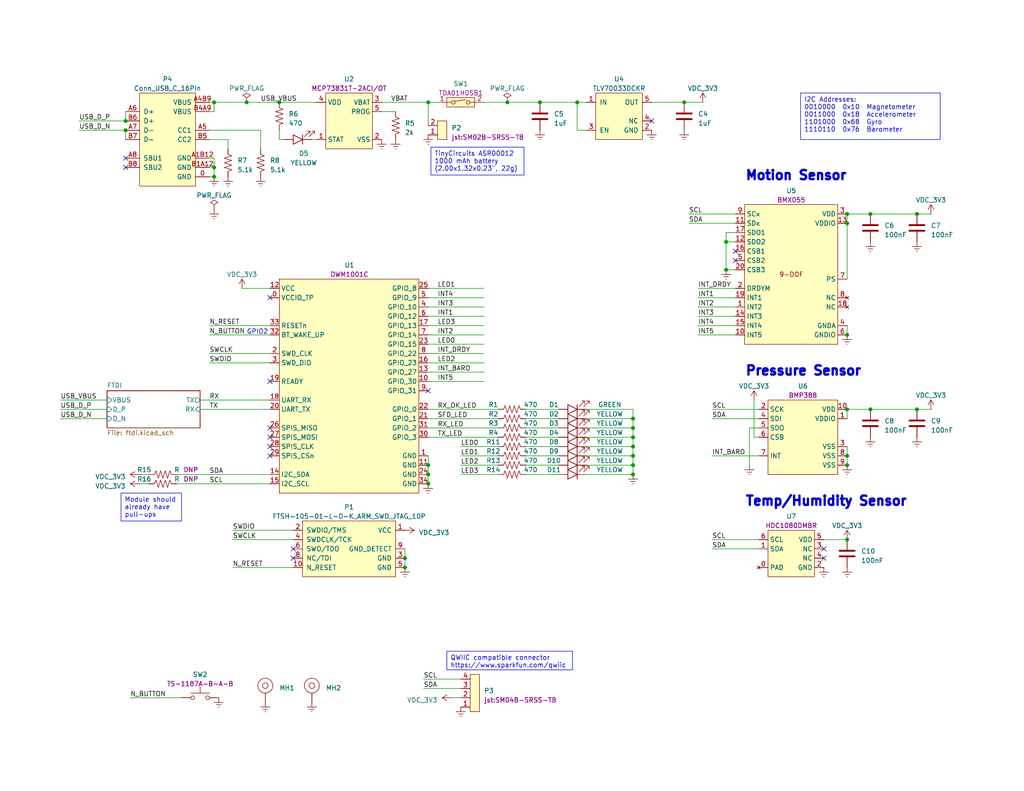
<source format=kicad_sch>
(kicad_sch (version 20221004) (generator eeschema)
  (paper "USLetter")
  (title_block (title "${PROJECT_NAME}") (date "2022-09-27") (rev "${PCB_REVISION}") (company "Brendan Haines"))
  (lib_symbols
    (symbol "bh:BMP388"
      (property "Reference" "U" (at 0 0 0))
      (property "ManufacturerPartNumber" "BMP388" (at 0 0 0))
      (symbol "BMP388_0_0"
        (rectangle (start 0 0) (end 19.05 -20.32) (fill (type background)))
      )
      (symbol "BMP388_1_1"
        (pin power_in line (at 21.59 -5.08 180) (length 2.54) (name "VDDIO") (number "1"))
        (pin power_in line (at 21.59 -2.54 180) (length 2.54) (name "VDD") (number "10"))
        (pin input line (at -2.54 -2.54 0) (length 2.54) (name "SCK") (number "2"))
        (pin power_in line (at 21.59 -12.7 180) (length 2.54) (name "VSS") (number "3"))
        (pin bidirectional line (at -2.54 -5.08 0) (length 2.54) (name "SDI") (number "4"))
        (pin bidirectional line (at -2.54 -7.62 0) (length 2.54) (name "SDO") (number "5"))
        (pin input line (at -2.54 -10.16 0) (length 2.54) (name "CSB") (number "6"))
        (pin output line (at -2.54 -15.24 0) (length 2.54) (name "INT") (number "7"))
        (pin power_in line (at 21.59 -15.24 180) (length 2.54) (name "VSS") (number "8"))
        (pin power_in line (at 21.59 -17.78 180) (length 2.54) (name "VSS") (number "9"))
      )
    )
    (symbol "bh:BMX055"
      (property "Reference" "U" (at 0 0 0))
      (property "ManufacturerPartNumber" "BMX055" (at 0 0 0))
      (symbol "BMX055_0_0"
        (text "9-DOF" (at 12.7 -19.05 0) (effects (font (size 1.27 1.27))))
      )
      (symbol "BMX055_0_1"
        (rectangle (start 0 0) (end 25.4 -38.1) (fill (type background)))
      )
      (symbol "BMX055_1_1"
        (pin output line (at -2.54 -27.94 0) (length 2.54) (name "INT2") (number "1"))
        (pin output line (at -2.54 -35.56 0) (length 2.54) (name "INT5") (number "10"))
        (pin bidirectional line (at -2.54 -5.08 0) (length 2.54) (name "SDx") (number "11"))
        (pin bidirectional line (at -2.54 -10.16 0) (length 2.54) (name "SDO2") (number "12"))
        (pin power_in line (at 27.94 -5.08 180) (length 2.54) (name "VDDIO") (number "13"))
        (pin bidirectional line (at -2.54 -30.48 0) (length 2.54) (name "INT3") (number "14"))
        (pin bidirectional line (at -2.54 -33.02 0) (length 2.54) (name "INT4") (number "15"))
        (pin input line (at -2.54 -12.7 0) (length 2.54) (name "CSB1") (number "16"))
        (pin bidirectional line (at -2.54 -7.62 0) (length 2.54) (name "SDO1") (number "17"))
        (pin no_connect line (at 27.94 -27.94 180) (length 2.54) (name "NC") (number "18"))
        (pin output line (at -2.54 -25.4 0) (length 2.54) (name "INT1") (number "19"))
        (pin output line (at -2.54 -22.86 0) (length 2.54) (name "DRDYM") (number "2"))
        (pin input line (at -2.54 -17.78 0) (length 2.54) (name "CSB3") (number "20"))
        (pin power_in line (at 27.94 -2.54 180) (length 2.54) (name "VDD") (number "3"))
        (pin power_in line (at 27.94 -33.02 180) (length 2.54) (name "GNDA") (number "4"))
        (pin input line (at -2.54 -15.24 0) (length 2.54) (name "CSB2") (number "5"))
        (pin power_in line (at 27.94 -35.56 180) (length 2.54) (name "GNDIO") (number "6"))
        (pin input line (at 27.94 -20.32 180) (length 2.54) (name "PS") (number "7"))
        (pin no_connect line (at 27.94 -25.4 180) (length 2.54) (name "NC") (number "8"))
        (pin input line (at -2.54 -2.54 0) (length 2.54) (name "SCx") (number "9"))
      )
    )
    (symbol "bh:C" (pin_numbers hide) (pin_names (offset 0.254))
      (property "Reference" "C" (at 0.635 2.54 0))
      (property "Value" "C" (at 0.635 -2.54 0))
      (symbol "C_0_1"
        (polyline (pts (xy -2.032 -0.762) (xy 2.032 -0.762)) (stroke (width 0.508)))
        (polyline (pts (xy -2.032 0.762) (xy 2.032 0.762)) (stroke (width 0.508)))
      )
      (symbol "C_1_1"
        (pin passive line (at 0 3.81 270) (length 2.794) (name "~") (number "1"))
        (pin passive line (at 0 -3.81 90) (length 2.794) (name "~") (number "2"))
      )
    )
    (symbol "bh:Conn_USB_C_16Pin" (pin_names (offset 1.016))
      (property "Reference" "P" (at 0 1.27 0))
      (property "Value" "Conn_USB_C_16Pin" (at 0 1.27 0))
      (symbol "Conn_USB_C_16Pin_0_1"
        (rectangle (start 0 0) (end 15.24 -25.4) (stroke (width 0.1524)) (fill (type background)))
      )
      (symbol "Conn_USB_C_16Pin_1_1"
        (pin passive line (at -3.81 -22.86 0) (length 3.81) (name "GND") (number "0"))
        (pin passive line (at -3.81 -17.78 0) (length 3.81) (name "GND") (number "A1B12"))
        (pin passive line (at -3.81 -2.54 0) (length 3.81) (name "VBUS") (number "A4B9"))
        (pin passive line (at -3.81 -10.16 0) (length 3.81) (name "CC1") (number "A5"))
        (pin passive line (at 19.05 -5.08 180) (length 3.81) (name "D+") (number "A6"))
        (pin passive line (at 19.05 -10.16 180) (length 3.81) (name "D-") (number "A7"))
        (pin passive line (at 19.05 -17.78 180) (length 3.81) (name "SBU1") (number "A8"))
        (pin passive line (at -3.81 -20.32 0) (length 3.81) (name "GND") (number "B1A12"))
        (pin passive line (at -3.81 -5.08 0) (length 3.81) (name "VBUS") (number "B4A9"))
        (pin passive line (at -3.81 -12.7 0) (length 3.81) (name "CC2") (number "B5"))
        (pin passive line (at 19.05 -7.62 180) (length 3.81) (name "D+") (number "B6"))
        (pin passive line (at 19.05 -12.7 180) (length 3.81) (name "D-") (number "B7"))
        (pin passive line (at 19.05 -20.32 180) (length 3.81) (name "SBU2") (number "B8"))
      )
    )
    (symbol "bh:DWM1001C"
      (property "Reference" "U" (at 0 0 0))
      (property "ManufacturerPartNumber" "DWM1001C" (at 0 0 0))
      (symbol "DWM1001C_0_1"
        (rectangle (start 0 0) (end 38.1 -58.42) (fill (type background)))
      )
      (symbol "DWM1001C_1_1"
        (pin passive line (at -2.54 -5.08 0) (length 2.54) (name "VCCIO_TP") (number "0"))
        (pin power_in line (at 40.64 -48.26 180) (length 2.54) (name "GND") (number "1"))
        (pin bidirectional line (at 40.64 -27.94 180) (length 2.54) (name "GPIO_30") (number "10"))
        (pin power_in line (at 40.64 -50.8 180) (length 2.54) (name "GND") (number "11"))
        (pin power_in line (at -2.54 -2.54 0) (length 2.54) (name "VCC") (number "12"))
        (pin bidirectional line (at 40.64 -25.4 180) (length 2.54) (name "GPIO_27") (number "13"))
        (pin bidirectional line (at -2.54 -53.34 0) (length 2.54) (name "I2C_SDA") (number "14"))
        (pin output line (at -2.54 -55.88 0) (length 2.54) (name "I2C_SCL") (number "15"))
        (pin bidirectional line (at 40.64 -22.86 180) (length 2.54) (name "GPIO_23") (number "16"))
        (pin bidirectional line (at 40.64 -12.7 180) (length 2.54) (name "GPIO_13") (number "17"))
        (pin input line (at -2.54 -33.02 0) (length 2.54) (name "UART_RX") (number "18"))
        (pin output line (at -2.54 -27.94 0) (length 2.54) (name "READY") (number "19"))
        (pin input line (at -2.54 -20.32 0) (length 2.54) (name "SWD_CLK") (number "2"))
        (pin output line (at -2.54 -35.56 0) (length 2.54) (name "UART_TX") (number "20"))
        (pin bidirectional line (at 40.64 -38.1 180) (length 2.54) (name "GPIO_1") (number "21"))
        (pin bidirectional line (at 40.64 -35.56 180) (length 2.54) (name "GPIO_0") (number "22"))
        (pin bidirectional line (at 40.64 -17.78 180) (length 2.54) (name "GPIO_15") (number "23"))
        (pin power_in line (at 40.64 -53.34 180) (length 2.54) (name "GND") (number "24"))
        (pin bidirectional line (at 40.64 -2.54 180) (length 2.54) (name "GPIO_8") (number "25"))
        (pin bidirectional line (at -2.54 -40.64 0) (length 2.54) (name "SPIS_MISO") (number "26"))
        (pin bidirectional line (at -2.54 -43.18 0) (length 2.54) (name "SPIS_MOSI") (number "27"))
        (pin bidirectional line (at -2.54 -45.72 0) (length 2.54) (name "SPIS_CLK") (number "28"))
        (pin bidirectional line (at -2.54 -48.26 0) (length 2.54) (name "SPIS_CSn") (number "29"))
        (pin bidirectional line (at -2.54 -22.86 0) (length 2.54) (name "SWD_DIO") (number "3"))
        (pin bidirectional line (at 40.64 -43.18 180) (length 2.54) (name "GPIO_3") (number "30"))
        (pin bidirectional line (at 40.64 -40.64 180) (length 2.54) (name "GPIO_2") (number "31"))
        (pin input line (at -2.54 -15.24 0) (length 2.54) (name "BT_WAKE_UP") (number "32"))
        (pin input line (at -2.54 -12.7 0) (length 2.54) (name "RESETn") (number "33"))
        (pin power_in line (at 40.64 -55.88 180) (length 2.54) (name "GND") (number "34"))
        (pin bidirectional line (at 40.64 -7.62 180) (length 2.54) (name "GPIO_10") (number "4"))
        (pin bidirectional line (at 40.64 -5.08 180) (length 2.54) (name "GPIO_9") (number "5"))
        (pin bidirectional line (at 40.64 -10.16 180) (length 2.54) (name "GPIO_12") (number "6"))
        (pin bidirectional line (at 40.64 -15.24 180) (length 2.54) (name "GPIO_14") (number "7"))
        (pin bidirectional line (at 40.64 -20.32 180) (length 2.54) (name "GPIO_22") (number "8"))
        (pin bidirectional line (at 40.64 -30.48 180) (length 2.54) (name "GPIO_31") (number "9"))
      )
    )
    (symbol "bh:FTSH-105-01-L-D-K_ARM_SWD_JTAG_10P" (pin_names (offset 1.016))
      (property "Reference" "P" (at 0 0 0))
      (property "Value" "FTSH-105-01-L-D-K_ARM_SWD_JTAG_10P" (at 0 0 0))
      (symbol "FTSH-105-01-L-D-K_ARM_SWD_JTAG_10P_0_0"
        (rectangle (start 0 0) (end 25.4 -15.24) (fill (type background)))
      )
      (symbol "FTSH-105-01-L-D-K_ARM_SWD_JTAG_10P_1_1"
        (pin passive line (at -2.54 -2.54 0) (length 2.54) (name "VCC") (number "1"))
        (pin bidirectional line (at 27.94 -12.7 180) (length 2.54) (name "N_RESET") (number "10"))
        (pin bidirectional line (at 27.94 -2.54 180) (length 2.54) (name "SWDIO/TMS") (number "2"))
        (pin power_in line (at -2.54 -10.16 0) (length 2.54) (name "GND") (number "3"))
        (pin bidirectional line (at 27.94 -5.08 180) (length 2.54) (name "SWDCLK/TCK") (number "4"))
        (pin power_in line (at -2.54 -12.7 0) (length 2.54) (name "GND") (number "5"))
        (pin bidirectional line (at 27.94 -7.62 180) (length 2.54) (name "SWO/TDO") (number "6"))
        (pin bidirectional line (at 27.94 -10.16 180) (length 2.54) (name "NC/TDI") (number "8"))
        (pin passive line (at -2.54 -7.62 0) (length 2.54) (name "GND_DETECT") (number "9"))
      )
    )
    (symbol "bh:GND" (power) (pin_names (offset 0))
      (symbol "GND_0_1"
        (polyline (pts (xy -0.635 -1.905) (xy 0.635 -1.905)))
        (polyline (pts (xy -0.127 -2.54) (xy 0.127 -2.54)))
        (polyline (pts (xy 0 -1.27) (xy 0 0)))
        (polyline (pts (xy 1.27 -1.27) (xy -1.27 -1.27)))
      )
      (symbol "GND_1_1"
        (pin power_in line (at 0 0 90) (length 0) hide (name "GND") (number "1"))
      )
    )
    (symbol "bh:HDC1080DMBR"
      (property "Reference" "U" (at 0 0 0))
      (property "ManufacturerPartNumber" "HDC1080DMBR" (at 0 0 0))
      (symbol "HDC1080DMBR_0_1"
        (rectangle (start 0 0) (end 12.7 -12.7) (fill (type background)))
      )
      (symbol "HDC1080DMBR_1_1"
        (pin no_connect line (at -2.54 -10.16 0) (length 2.54) (name "PAD") (number "0"))
        (pin bidirectional line (at -2.54 -5.08 0) (length 2.54) (name "SDA") (number "1"))
        (pin power_in line (at 15.24 -10.16 180) (length 2.54) (name "GND") (number "2"))
        (pin passive line (at 15.24 -5.08 180) (length 2.54) (name "NC") (number "3"))
        (pin passive line (at 15.24 -7.62 180) (length 2.54) (name "NC") (number "4"))
        (pin power_in line (at 15.24 -2.54 180) (length 2.54) (name "VDD") (number "5"))
        (pin input line (at -2.54 -2.54 0) (length 2.54) (name "SCL") (number "6"))
      )
    )
    (symbol "bh:Header_1_2" (pin_names (offset 1.016) hide)
      (property "Reference" "P" (at 0 0 0))
      (property "Value" "Header_1_2" (at 0 0 0))
      (symbol "Header_1_2_0_1"
        (rectangle (start 0 0) (end 2.54 -5.08) (fill (type background)))
      )
      (symbol "Header_1_2_1_1"
        (pin passive line (at -2.54 -1.27 0) (length 2.54) (name "~") (number "1"))
        (pin passive line (at -2.54 -3.81 0) (length 2.54) (name "~") (number "2"))
      )
    )
    (symbol "bh:Header_1_4" (pin_names (offset 1.016) hide)
      (property "Reference" "P" (at 0 0 0))
      (property "Value" "Header_1_4" (at 0 0 0))
      (symbol "Header_1_4_0_1"
        (rectangle (start 0 0) (end 2.54 -10.16) (fill (type background)))
      )
      (symbol "Header_1_4_1_1"
        (pin passive line (at -2.54 -1.27 0) (length 2.54) (name "~") (number "1"))
        (pin passive line (at -2.54 -3.81 0) (length 2.54) (name "~") (number "2"))
        (pin passive line (at -2.54 -6.35 0) (length 2.54) (name "~") (number "3"))
        (pin passive line (at -2.54 -8.89 0) (length 2.54) (name "~") (number "4"))
      )
    )
    (symbol "bh:LED" (pin_numbers hide) (pin_names (offset 1.016) hide)
      (property "Reference" "D" (at 0 2.54 0))
      (property "Value" "LED" (at 0 -2.54 0))
      (symbol "LED_0_1"
        (polyline (pts (xy -1.27 -1.27) (xy -1.27 1.27)) (stroke (width 0.2032)))
        (polyline (pts (xy 1.27 -1.27) (xy 1.27 1.27) (xy -1.27 0) (xy 1.27 -1.27)) (stroke (width 0.2032)))
        (polyline (pts (xy -3.048 -0.762) (xy -4.572 -2.286) (xy -3.81 -2.286) (xy -4.572 -2.286) (xy -4.572 -1.524)))
        (polyline (pts (xy -1.778 -0.762) (xy -3.302 -2.286) (xy -2.54 -2.286) (xy -3.302 -2.286) (xy -3.302 -1.524)))
      )
      (symbol "LED_1_1"
        (pin passive line (at 3.81 0 180) (length 2.54) (name "A") (number "A"))
        (pin passive line (at -3.81 0 0) (length 2.54) (name "K") (number "K"))
      )
    )
    (symbol "bh:MCP73831T-2ACI/OT"
      (property "Reference" "U" (at 0 0 0))
      (property "ManufacturerPartNumber" "MCP73831T-2ACI/OT" (at 0 0 0))
      (symbol "MCP73831T-2ACI/OT_0_1"
        (rectangle (start 0 0) (end 12.7 -15.24) (fill (type background)))
      )
      (symbol "MCP73831T-2ACI/OT_1_1"
        (pin output line (at -2.54 -12.7 0) (length 2.54) (name "STAT") (number "1"))
        (pin power_in line (at 15.24 -12.7 180) (length 2.54) (name "VSS") (number "2"))
        (pin power_out line (at 15.24 -2.54 180) (length 2.54) (name "VBAT") (number "3"))
        (pin power_in line (at -2.54 -2.54 0) (length 2.54) (name "VDD") (number "4"))
        (pin input line (at 15.24 -5.08 180) (length 2.54) (name "PROG") (number "5"))
      )
    )
    (symbol "bh:Mounting_Hole" (pin_numbers hide) (pin_names (offset 0.762) hide)
      (property "Reference" "MH" (at 0 7.62 0))
      (symbol "Mounting_Hole_0_1"
        (circle (center 0 4.572) (radius 0.762))
        (circle (center 0 4.572) (radius 2.032))
      )
      (symbol "Mounting_Hole_1_1"
        (pin passive line (at 0 0 90) (length 2.54) (name "1") (number "1"))
      )
    )
    (symbol "bh:PWR_FLAG" (power) (pin_numbers hide) (pin_names (offset 0) hide)
      (property "Value" "PWR_FLAG" (at 0 3.81 0))
      (symbol "PWR_FLAG_0_0"
        (pin power_out line (at 0 0 90) (length 0) (name "pwr") (number "1"))
      )
      (symbol "PWR_FLAG_0_1"
        (polyline (pts (xy 0 0) (xy 0 1.27) (xy -1.016 1.905) (xy 0 2.54) (xy 1.016 1.905) (xy 0 1.27)))
      )
    )
    (symbol "bh:R" (pin_numbers hide) (pin_names (offset 0))
      (property "Reference" "R" (at 2.032 0 90))
      (property "Value" "R" (at -1.905 0 90))
      (symbol "R_0_1"
        (polyline (pts (xy 0 -2.54) (xy 0 -2.286) (xy 1.016 -1.905) (xy -1.016 -1.27) (xy 1.016 -0.635) (xy -1.016 0) (xy 1.016 0.635) (xy -1.016 1.27) (xy 1.016 1.905) (xy 0 2.286) (xy 0 2.54)))
      )
      (symbol "R_1_1"
        (pin passive line (at 0 3.81 270) (length 1.27) (name "~") (number "1"))
        (pin passive line (at 0 -3.81 90) (length 1.27) (name "~") (number "2"))
      )
    )
    (symbol "bh:SW_Push" (pin_numbers hide) (pin_names (offset 1.016) hide)
      (property "Reference" "SW" (at -1.27 3.81 0))
      (property "Value" "SW_Push" (at 0 -1.524 0))
      (symbol "SW_Push_0_1"
        (circle (center -2.032 0) (radius 0.508))
        (polyline (pts (xy 0 1.27) (xy 0 3.048)))
        (polyline (pts (xy 2.54 1.27) (xy -2.54 1.27)))
        (circle (center 2.032 0) (radius 0.508))
        (pin passive line (at -5.08 0 0) (length 2.54) (name "1") (number "1"))
        (pin passive line (at 5.08 0 180) (length 2.54) (name "2") (number "2"))
      )
    )
    (symbol "bh:TDA01H0SB1" (pin_names (offset 0.002) hide)
      (property "Reference" "SW" (at 0 0 0))
      (property "ManufacturerPartNumber" "TDA01H0SB1" (at 0 0 0))
      (symbol "TDA01H0SB1_0_0"
        (polyline (pts (xy 2.286 -1.016) (xy 5.08 -0.508)))
        (circle (center 1.778 -1.27) (radius 0.508))
        (circle (center 5.842 -1.27) (radius 0.508))
      )
      (symbol "TDA01H0SB1_0_1"
        (polyline (pts (xy 1.27 -1.27) (xy 0 -1.27)) (stroke (width 0.1524)))
        (polyline (pts (xy 7.62 -1.27) (xy 6.35 -1.27)) (stroke (width 0.1524)))
        (rectangle (start 0 0) (end 7.62 -2.54) (stroke (width 0.1524)) (fill (type background)))
      )
      (symbol "TDA01H0SB1_1_1"
        (pin passive line (at -2.54 -1.27 0) (length 2.54) (name "A") (number "1"))
        (pin passive line (at 10.16 -1.27 180) (length 2.54) (name "B") (number "2"))
      )
    )
    (symbol "bh:TLV70033DCKR" (pin_names (offset 1.016))
      (property "Reference" "U" (at 0 0 0))
      (property "Value" "TLV70033DCKR" (at 0 0 0))
      (symbol "TLV70033DCKR_0_1"
        (rectangle (start 0 0) (end 12.7 -12.7) (fill (type background)))
      )
      (symbol "TLV70033DCKR_1_1"
        (pin power_in line (at -2.54 -2.54 0) (length 2.54) (name "IN") (number "1"))
        (pin power_in line (at 15.24 -10.16 180) (length 2.54) (name "GND") (number "2"))
        (pin input line (at -2.54 -10.16 0) (length 2.54) (name "EN") (number "3"))
        (pin passive line (at 15.24 -7.62 180) (length 2.54) (name "NC") (number "4"))
        (pin power_out line (at 15.24 -2.54 180) (length 2.54) (name "OUT") (number "5"))
      )
    )
    (symbol "bh:VDC_3V3" (power) (pin_names (offset 0))
      (property "Value" "VDC_3V3" (at 0 3.556 0))
      (symbol "VDC_3V3_0_1"
        (polyline (pts (xy -0.762 1.27) (xy 0 2.54)))
        (polyline (pts (xy 0 0) (xy 0 2.54)))
        (polyline (pts (xy 0 2.54) (xy 0.762 1.27)))
      )
      (symbol "VDC_3V3_1_1"
        (pin power_in line (at 0 0 90) (length 0) hide (name "VDC_3V3") (number "1"))
      )
    )
  )
  (junction (at 34.29 35.56))
  (junction (at 231.14 147.32))
  (junction (at 116.84 132.08))
  (junction (at 58.42 27.94))
  (junction (at 110.49 152.4))
  (junction (at 172.72 121.92))
  (junction (at 198.12 66.04))
  (junction (at 172.72 114.3))
  (junction (at 250.19 111.76))
  (junction (at 186.69 27.94))
  (junction (at 67.31 27.94))
  (junction (at 172.72 129.54))
  (junction (at 116.84 27.94))
  (junction (at 231.14 91.44))
  (junction (at 116.84 129.54))
  (junction (at 172.72 116.84))
  (junction (at 76.2 27.94))
  (junction (at 138.43 27.94))
  (junction (at 250.19 58.42))
  (junction (at 237.49 58.42))
  (junction (at 172.72 119.38))
  (junction (at 231.14 111.76))
  (junction (at 231.14 60.96))
  (junction (at 231.14 127))
  (junction (at 147.32 27.94))
  (junction (at 58.42 45.72))
  (junction (at 231.14 58.42))
  (junction (at 34.29 33.02))
  (junction (at 157.48 27.94))
  (junction (at 198.12 73.66))
  (junction (at 231.14 124.46))
  (junction (at 58.42 48.26))
  (junction (at 172.72 124.46))
  (junction (at 237.49 111.76))
  (junction (at 172.72 127))
  (junction (at 116.84 127))
  (junction (at 110.49 154.94))
  (no_connect (at 73.66 121.92))
  (no_connect (at 73.66 119.38))
  (no_connect (at 34.29 43.18))
  (no_connect (at 34.29 45.72))
  (no_connect (at 224.79 152.4))
  (no_connect (at 116.84 106.68))
  (no_connect (at 224.79 149.86))
  (no_connect (at 73.66 116.84))
  (no_connect (at 73.66 104.14))
  (no_connect (at 73.66 81.28))
  (no_connect (at 73.66 124.46))
  (no_connect (at 200.66 71.12))
  (no_connect (at 200.66 68.58))
  (no_connect (at 80.01 149.86))
  (no_connect (at 80.01 152.4))
  (no_connect (at 177.8 33.02))
  (wire (pts (xy 231.14 124.46) (xy 231.14 127)))
  (wire (pts (xy 116.84 99.06) (xy 132.08 99.06)))
  (wire (pts (xy 116.84 124.46) (xy 116.84 127)))
  (wire (pts (xy 116.84 129.54) (xy 116.84 132.08)))
  (wire (pts (xy 250.19 58.42) (xy 254 58.42)))
  (wire (pts (xy 160.02 121.92) (xy 172.72 121.92)))
  (wire (pts (xy 116.84 119.38) (xy 135.89 119.38)))
  (wire (pts (xy 116.84 91.44) (xy 132.08 91.44)))
  (wire (pts (xy 116.84 111.76) (xy 135.89 111.76)))
  (wire (pts (xy 231.14 58.42) (xy 237.49 58.42)))
  (wire (pts (xy 29.21 114.3) (xy 16.51 114.3)))
  (wire (pts (xy 231.14 111.76) (xy 231.14 114.3)))
  (wire (pts (xy 172.72 121.92) (xy 172.72 124.46)))
  (wire (pts (xy 116.84 78.74) (xy 132.08 78.74)))
  (wire (pts (xy 34.29 30.48) (xy 34.29 33.02)))
  (wire (pts (xy 237.49 111.76) (xy 250.19 111.76)))
  (wire (pts (xy 104.14 30.48) (xy 107.95 30.48)))
  (wire (pts (xy 116.84 101.6) (xy 132.08 101.6)))
  (wire (pts (xy 57.15 30.48) (xy 58.42 30.48)))
  (wire (pts (xy 160.02 119.38) (xy 172.72 119.38)))
  (wire (pts (xy 138.43 27.94) (xy 147.32 27.94)))
  (wire (pts (xy 116.84 93.98) (xy 132.08 93.98)))
  (wire (pts (xy 58.42 43.18) (xy 58.42 45.72)))
  (wire (pts (xy 143.51 121.92) (xy 152.4 121.92)))
  (wire (pts (xy 250.19 111.76) (xy 254 111.76)))
  (wire (pts (xy 207.01 119.38) (xy 205.74 119.38)))
  (wire (pts (xy 190.5 78.74) (xy 200.66 78.74)))
  (wire (pts (xy 198.12 66.04) (xy 200.66 66.04)))
  (wire (pts (xy 231.14 58.42) (xy 231.14 60.96)))
  (wire (pts (xy 160.02 111.76) (xy 172.72 111.76)))
  (wire (pts (xy 143.51 119.38) (xy 152.4 119.38)))
  (wire (pts (xy 231.14 121.92) (xy 231.14 124.46)))
  (wire (pts (xy 191.77 27.94) (xy 186.69 27.94)))
  (wire (pts (xy 116.84 104.14) (xy 132.08 104.14)))
  (wire (pts (xy 34.29 35.56) (xy 21.59 35.56)))
  (wire (pts (xy 237.49 58.42) (xy 250.19 58.42)))
  (wire (pts (xy 172.72 116.84) (xy 172.72 119.38)))
  (wire (pts (xy 116.84 27.94) (xy 116.84 34.29)))
  (wire (pts (xy 57.15 88.9) (xy 73.66 88.9)))
  (wire (pts (xy 57.15 45.72) (xy 58.42 45.72)))
  (wire (pts (xy 57.15 99.06) (xy 73.66 99.06)))
  (wire (pts (xy 80.01 154.94) (xy 63.5 154.94)))
  (wire (pts (xy 125.73 187.96) (xy 115.57 187.96)))
  (wire (pts (xy 143.51 124.46) (xy 152.4 124.46)))
  (wire (pts (xy 57.15 38.1) (xy 62.23 38.1)))
  (wire (pts (xy 116.84 81.28) (xy 132.08 81.28)))
  (wire (pts (xy 48.26 132.08) (xy 73.66 132.08)))
  (wire (pts (xy 125.73 124.46) (xy 135.89 124.46)))
  (wire (pts (xy 80.01 147.32) (xy 63.5 147.32)))
  (wire (pts (xy 160.02 127) (xy 172.72 127)))
  (wire (pts (xy 57.15 91.44) (xy 73.66 91.44)))
  (wire (pts (xy 29.21 111.76) (xy 16.51 111.76)))
  (wire (pts (xy 66.04 78.74) (xy 73.66 78.74)))
  (wire (pts (xy 172.72 124.46) (xy 172.72 127)))
  (wire (pts (xy 77.47 38.1) (xy 76.2 38.1)))
  (wire (pts (xy 116.84 116.84) (xy 135.89 116.84)))
  (wire (pts (xy 132.08 27.94) (xy 138.43 27.94)))
  (wire (pts (xy 194.31 114.3) (xy 207.01 114.3)))
  (wire (pts (xy 172.72 111.76) (xy 172.72 114.3)))
  (wire (pts (xy 57.15 43.18) (xy 58.42 43.18)))
  (wire (pts (xy 116.84 127) (xy 116.84 129.54)))
  (wire (pts (xy 125.73 190.5) (xy 123.19 190.5)))
  (wire (pts (xy 57.15 27.94) (xy 58.42 27.94)))
  (wire (pts (xy 143.51 114.3) (xy 152.4 114.3)))
  (wire (pts (xy 58.42 45.72) (xy 58.42 48.26)))
  (wire (pts (xy 186.69 27.94) (xy 177.8 27.94)))
  (wire (pts (xy 190.5 86.36) (xy 200.66 86.36)))
  (wire (pts (xy 160.02 124.46) (xy 172.72 124.46)))
  (wire (pts (xy 231.14 88.9) (xy 231.14 91.44)))
  (wire (pts (xy 194.31 111.76) (xy 207.01 111.76)))
  (wire (pts (xy 125.73 127) (xy 135.89 127)))
  (wire (pts (xy 187.96 60.96) (xy 200.66 60.96)))
  (wire (pts (xy 116.84 114.3) (xy 135.89 114.3)))
  (wire (pts (xy 116.84 83.82) (xy 132.08 83.82)))
  (wire (pts (xy 231.14 60.96) (xy 231.14 76.2)))
  (wire (pts (xy 198.12 73.66) (xy 200.66 73.66)))
  (wire (pts (xy 194.31 147.32) (xy 207.01 147.32)))
  (wire (pts (xy 224.79 147.32) (xy 231.14 147.32)))
  (wire (pts (xy 204.47 116.84) (xy 204.47 127)))
  (wire (pts (xy 205.74 109.22) (xy 205.74 119.38)))
  (wire (pts (xy 58.42 30.48) (xy 58.42 27.94)))
  (wire (pts (xy 147.32 27.94) (xy 157.48 27.94)))
  (wire (pts (xy 48.26 129.54) (xy 73.66 129.54)))
  (wire (pts (xy 190.5 83.82) (xy 200.66 83.82)))
  (wire (pts (xy 172.72 129.54) (xy 172.72 127)))
  (wire (pts (xy 76.2 38.1) (xy 76.2 35.56)))
  (wire (pts (xy 160.02 116.84) (xy 172.72 116.84)))
  (wire (pts (xy 57.15 96.52) (xy 73.66 96.52)))
  (wire (pts (xy 116.84 27.94) (xy 119.38 27.94)))
  (wire (pts (xy 207.01 116.84) (xy 204.47 116.84)))
  (wire (pts (xy 71.12 40.64) (xy 71.12 35.56)))
  (wire (pts (xy 58.42 27.94) (xy 67.31 27.94)))
  (wire (pts (xy 16.51 109.22) (xy 29.21 109.22)))
  (wire (pts (xy 160.02 114.3) (xy 172.72 114.3)))
  (wire (pts (xy 116.84 88.9) (xy 132.08 88.9)))
  (wire (pts (xy 125.73 129.54) (xy 135.89 129.54)))
  (wire (pts (xy 104.14 27.94) (xy 116.84 27.94)))
  (wire (pts (xy 190.5 81.28) (xy 200.66 81.28)))
  (wire (pts (xy 187.96 58.42) (xy 200.66 58.42)))
  (wire (pts (xy 116.84 96.52) (xy 132.08 96.52)))
  (wire (pts (xy 143.51 116.84) (xy 152.4 116.84)))
  (wire (pts (xy 58.42 48.26) (xy 57.15 48.26)))
  (wire (pts (xy 35.56 190.5) (xy 49.53 190.5)))
  (wire (pts (xy 143.51 111.76) (xy 152.4 111.76)))
  (wire (pts (xy 110.49 149.86) (xy 110.49 152.4)))
  (wire (pts (xy 76.2 27.94) (xy 86.36 27.94)))
  (wire (pts (xy 71.12 35.56) (xy 57.15 35.56)))
  (wire (pts (xy 194.31 149.86) (xy 207.01 149.86)))
  (wire (pts (xy 85.09 38.1) (xy 86.36 38.1)))
  (wire (pts (xy 125.73 185.42) (xy 115.57 185.42)))
  (wire (pts (xy 54.61 109.22) (xy 73.66 109.22)))
  (wire (pts (xy 116.84 86.36) (xy 132.08 86.36)))
  (wire (pts (xy 54.61 111.76) (xy 73.66 111.76)))
  (wire (pts (xy 62.23 38.1) (xy 62.23 40.64)))
  (wire (pts (xy 172.72 129.54) (xy 160.02 129.54)))
  (wire (pts (xy 157.48 27.94) (xy 157.48 35.56)))
  (wire (pts (xy 194.31 124.46) (xy 207.01 124.46)))
  (wire (pts (xy 190.5 88.9) (xy 200.66 88.9)))
  (wire (pts (xy 34.29 33.02) (xy 21.59 33.02)))
  (wire (pts (xy 34.29 35.56) (xy 34.29 38.1)))
  (wire (pts (xy 143.51 129.54) (xy 152.4 129.54)))
  (wire (pts (xy 157.48 27.94) (xy 160.02 27.94)))
  (wire (pts (xy 80.01 144.78) (xy 63.5 144.78)))
  (wire (pts (xy 38.1 129.54) (xy 40.64 129.54)))
  (wire (pts (xy 198.12 66.04) (xy 198.12 73.66)))
  (wire (pts (xy 125.73 121.92) (xy 135.89 121.92)))
  (wire (pts (xy 160.02 35.56) (xy 157.48 35.56)))
  (wire (pts (xy 172.72 114.3) (xy 172.72 116.84)))
  (wire (pts (xy 67.31 27.94) (xy 76.2 27.94)))
  (wire (pts (xy 198.12 63.5) (xy 198.12 66.04)))
  (wire (pts (xy 38.1 132.08) (xy 40.64 132.08)))
  (wire (pts (xy 110.49 152.4) (xy 110.49 154.94)))
  (wire (pts (xy 190.5 91.44) (xy 200.66 91.44)))
  (wire (pts (xy 143.51 127) (xy 152.4 127)))
  (wire (pts (xy 172.72 119.38) (xy 172.72 121.92)))
  (wire (pts (xy 231.14 111.76) (xy 237.49 111.76)))
  (wire (pts (xy 200.66 63.5) (xy 198.12 63.5)))
  (text_box "Module should already have pull-ups" (at 33.02 134.62 0) (size 16.51 7.62) (effects (font (size 1.27 1.27)) (justify left top)))
  (text_box "QWIIC compatible connector\nhttps://www.sparkfun.com/qwiic" (at 121.92 177.8 0) (size 34.29 5.08) (effects (font (size 1.27 1.27)) (justify left top)))
  (text_box "TinyCircuits ASR00012\n1000 mAh battery (2.00x1.32x0.23\", 22g)" (at 117.578 40.1745 0) (size 25.4 7.62) (effects (font (size 1.27 1.27)) (justify left top)))
  (text_box "I2C Addresses:\n0010000  0x10  Magnetometer\n0011000  0x18  Accelerometer\n1101000  0x68  Gyro\n1110110  0x76  Barometer" (at 218.44 25.4 0) (size 38.1 12.7) (effects (font (size 1.27 1.27)) (justify left top)))
  (text "Temp/Humidity Sensor" (at 203.2 138.43 0) (effects (font (size 2.54 2.54) (thickness 1.016) bold) (justify left bottom)))
  (text "GPIO2" (at 67.31 91.44 0) (effects (font (size 1.27 1.27)) (justify left bottom)))
  (text "Pressure Sensor" (at 203.2 102.87 0) (effects (font (size 2.54 2.54) (thickness 1.016) bold) (justify left bottom)))
  (text "Motion Sensor" (at 203.2 49.53 0) (effects (font (size 2.54 2.54) (thickness 1.016) bold) (justify left bottom)))
  (label "SCL" (at 57.15 132.08 0))
  (label "TX_LED" (at 119.38 119.38 0))
  (label "SDA" (at 194.31 149.86 0))
  (label "LED0" (at 119.38 93.98 0))
  (label "INT1" (at 190.5 81.28 0))
  (label "LED1" (at 119.38 78.74 0))
  (label "N_BUTTON" (at 35.56 190.5 0))
  (label "SCL" (at 187.96 58.42 0))
  (label "USB_VBUS" (at 71.12 27.94 0))
  (label "RX_LED" (at 119.38 116.84 0))
  (label "INT_DRDY" (at 119.38 96.52 0))
  (label "VBAT" (at 106.68 27.94 0))
  (label "LED3" (at 119.38 88.9 0))
  (label "INT2" (at 190.5 83.82 0))
  (label "N_BUTTON" (at 57.15 91.44 0))
  (label "RX" (at 57.15 109.22 0))
  (label "USB_D_P" (at 21.59 33.02 0))
  (label "LED2" (at 119.38 99.06 0))
  (label "SWCLK" (at 63.5 147.32 0))
  (label "SDA" (at 194.31 114.3 0))
  (label "INT_BARO" (at 119.38 101.6 0))
  (label "INT4" (at 119.38 81.28 0))
  (label "SDA" (at 115.57 187.96 0))
  (label "SWCLK" (at 57.15 96.52 0))
  (label "SDA" (at 187.96 60.96 0))
  (label "INT2" (at 119.38 91.44 0))
  (label "LED1" (at 125.73 124.46 0))
  (label "SCL" (at 194.31 147.32 0))
  (label "SCL" (at 194.31 111.76 0))
  (label "INT4" (at 190.5 88.9 0))
  (label "INT5" (at 190.5 91.44 0))
  (label "LED2" (at 125.73 127 0))
  (label "N_RESET" (at 57.15 88.9 0))
  (label "INT1" (at 119.38 86.36 0))
  (label "USB_VBUS" (at 16.51 109.22 0))
  (label "RX_OK_LED" (at 119.38 111.76 0))
  (label "LED3" (at 125.73 129.54 0))
  (label "SFD_LED" (at 119.38 114.3 0))
  (label "INT_DRDY" (at 190.5 78.74 0))
  (label "USB_D_N" (at 16.51 114.3 0))
  (label "SCL" (at 115.57 185.42 0))
  (label "INT_BARO" (at 194.31 124.46 0))
  (label "SWDIO" (at 63.5 144.78 0))
  (label "USB_D_N" (at 21.59 35.56 0))
  (label "TX" (at 57.15 111.76 0))
  (label "INT3" (at 119.38 83.82 0))
  (label "LED0" (at 125.73 121.92 0))
  (label "INT5" (at 119.38 104.14 0))
  (label "N_RESET" (at 63.5 154.94 0))
  (label "USB_D_P" (at 16.51 111.76 0))
  (label "SDA" (at 57.15 129.54 0))
  (label "INT3" (at 190.5 86.36 0))
  (label "SWDIO" (at 57.15 99.06 0))
  (symbol (lib_id "bh:GND") (at 250.19 119.38 0) (unit 1)
    (property "Reference" "#PWR0133" (effects hide))
    (property "Value" "GND" (effects hide))
  )
  (symbol (lib_id "bh:R") (at 139.7 129.54 90) (unit 1)
    (property "Reference" "R14" (at 134.62 128.27 90))
    (property "Value" "470" (at 144.78 128.27 90))
    (property "Footprint" "common:R0402" (effects hide))
    (property "FieldName" "Value" (effects hide))
  )
  (symbol (lib_id "bh:PWR_FLAG") (at 67.31 27.94 0) (unit 1)
    (property "Reference" "#FLG0101" (effects hide))
    (property "Value" "PWR_FLAG" (at 67.31 24.13 0))
  )
  (symbol (lib_id "bh:R") (at 139.7 119.38 90) (unit 1)
    (property "Reference" "R4" (at 134.62 118.11 90))
    (property "Value" "470" (at 144.78 118.11 90))
    (property "Footprint" "common:R0402" (effects hide))
    (property "FieldName" "Value" (effects hide))
  )
  (symbol (lib_id "bh:R") (at 139.7 111.76 90) (unit 1)
    (property "Reference" "R1" (at 134.62 110.49 90))
    (property "Value" "470" (at 144.78 110.49 90))
    (property "Footprint" "common:R0402" (effects hide))
    (property "FieldName" "Value" (effects hide))
  )
  (symbol (lib_id "bh:C") (at 231.14 151.13 0) (unit 1)
    (property "Reference" "C10" (at 234.95 150.495 0) (effects (justify left)))
    (property "Value" "100nF" (at 234.95 153.035 0) (effects (justify left)))
    (property "Footprint" "common:C0402" (effects hide))
    (property "FieldName" "Value" (effects hide))
  )
  (symbol (lib_id "bh:GND") (at 231.14 91.44 0) (unit 1)
    (property "Reference" "#PWR0106" (effects hide))
    (property "Value" "GND" (effects hide))
  )
  (symbol (lib_id "bh:R") (at 107.95 34.29 0) (unit 1)
    (property "Reference" "R5" (at 110.49 33.655 0) (effects (justify left)))
    (property "Value" "2k" (at 110.49 36.195 0) (effects (justify left)))
    (property "Footprint" "common:R0402" (effects hide))
    (property "FieldName" "Value" (effects hide))
  )
  (symbol (lib_id "bh:VDC_3V3") (at 254 58.42 0) (unit 1)
    (property "Reference" "#PWR0121" (effects hide))
    (property "Value" "VDC_3V3" (at 254 54.61 0))
  )
  (symbol (lib_id "bh:Mounting_Hole") (at 72.39 191.77 0) (unit 1) (in_bom no)
    (property "Reference" "MH1" (at 76.2 187.833 0) (effects (justify left)))
    (property "Value" "Mounting_Hole" (effects hide))
    (property "Footprint" "common:MH120X230_#4" (effects hide))
  )
  (symbol (lib_id "bh:VDC_3V3") (at 38.1 129.54 90) (unit 1)
    (property "Reference" "#PWR0125" (effects hide))
    (property "Value" "VDC_3V3" (at 34.29 130.175 90) (effects (justify left)))
  )
  (symbol (lib_id "bh:MCP73831T-2ACI/OT") (at 88.9 25.4 0) (unit 1)
    (property "Reference" "U2" (at 95.25 21.59 0))
    (property "Footprint" "common:SOT-23-5" (effects hide))
    (property "Datasheet" "https://ww1.microchip.com/downloads/en/DeviceDoc/MCP73831-Family-Data-Sheet-DS20001984H.pdf" (effects hide))
    (property "Manufacturer" "Microchip Technology" (effects hide))
    (property "ManufacturerPartNumber" "MCP73831T-2ACI/OT" (at 95.25 24.13 0))
  )
  (symbol (lib_id "bh:R") (at 139.7 114.3 90) (unit 1)
    (property "Reference" "R2" (at 134.62 113.03 90))
    (property "Value" "470" (at 144.78 113.03 90))
    (property "Footprint" "common:R0402" (effects hide))
    (property "FieldName" "Value" (effects hide))
  )
  (symbol (lib_id "bh:GND") (at 224.79 154.94 0) (unit 1)
    (property "Reference" "#PWR0130" (effects hide))
    (property "Value" "GND" (effects hide))
  )
  (symbol (lib_id "bh:Mounting_Hole") (at 85.09 191.77 0) (unit 1) (in_bom no)
    (property "Reference" "MH2" (at 88.9 187.833 0) (effects (justify left)))
    (property "Value" "Mounting_Hole" (effects hide))
    (property "Footprint" "common:MH120X230_#4" (effects hide))
  )
  (symbol (lib_id "bh:VDC_3V3") (at 191.77 27.94 0) (unit 1)
    (property "Reference" "#PWR0135" (effects hide))
    (property "Value" "VDC_3V3" (at 191.77 24.13 0))
  )
  (symbol (lib_id "bh:C") (at 250.19 62.23 0) (unit 1)
    (property "Reference" "C7" (at 254 61.595 0) (effects (justify left)))
    (property "Value" "100nF" (at 254 64.135 0) (effects (justify left)))
    (property "Footprint" "common:C0402" (effects hide))
    (property "FieldName" "Value" (effects hide))
  )
  (symbol (lib_id "bh:GND") (at 198.12 73.66 0) (unit 1)
    (property "Reference" "#PWR0101" (effects hide))
    (property "Value" "GND" (effects hide))
  )
  (symbol (lib_id "bh:LED") (at 156.21 124.46 180) (unit 1)
    (property "Reference" "D9" (at 151.13 123.19 0))
    (property "Value" "YELLOW" (at 166.37 123.19 0))
    (property "Footprint" "common:LED0402" (effects hide))
  )
  (symbol (lib_id "bh:GND") (at 231.14 127 0) (unit 1)
    (property "Reference" "#PWR0140" (effects hide))
    (property "Value" "GND" (effects hide))
  )
  (symbol (lib_id "bh:LED") (at 156.21 111.76 180) (unit 1)
    (property "Reference" "D1" (at 151.13 110.49 0))
    (property "Value" "GREEN" (at 166.37 110.49 0))
    (property "Footprint" "common:LED0402" (effects hide))
  )
  (symbol (lib_id "bh:SW_Push") (at 54.61 190.5 0) (unit 1)
    (property "Reference" "SW2" (at 54.61 184.15 0))
    (property "Value" "SW_Push" (effects hide))
    (property "Footprint" "common:SPST_SKQG" (effects hide))
    (property "Datasheet" "https://datasheet.lcsc.com/lcsc/2002271431_XKB-Connectivity-TS-1187A-B-A-B_C318884.pdf" (effects hide))
    (property "Manufacturer" "XKB Connectivity" (effects hide))
    (property "ManufacturerPartNumber" "TS-1187A-B-A-B" (at 54.61 186.69 0))
  )
  (symbol (lib_id "bh:GND") (at 58.42 57.15 0) (unit 1)
    (property "Reference" "#PWR0103" (effects hide))
    (property "Value" "GND" (effects hide))
  )
  (symbol (lib_id "bh:HDC1080DMBR") (at 209.55 144.78 0) (unit 1)
    (property "Reference" "U7" (at 215.9 140.97 0))
    (property "Footprint" "common:HDC1080DMBR" (effects hide))
    (property "Datasheet" "https://www.ti.com/lit/ds/symlink/hdc1080.pdf" (effects hide))
    (property "Manufacturer" "Texas Instruments" (effects hide))
    (property "ManufacturerPartNumber" "HDC1080DMBR" (at 215.9 143.51 0))
  )
  (symbol (lib_id "bh:LED") (at 156.21 121.92 180) (unit 1)
    (property "Reference" "D8" (at 151.13 120.65 0))
    (property "Value" "YELLOW" (at 166.37 120.65 0))
    (property "Footprint" "common:LED0402" (effects hide))
  )
  (symbol (lib_id "bh:GND") (at 62.23 48.26 0) (unit 1)
    (property "Reference" "#PWR0138" (effects hide))
    (property "Value" "GND" (effects hide))
  )
  (symbol (lib_id "bh:R") (at 44.45 132.08 90) (unit 1)
    (property "Reference" "R16" (at 39.37 130.81 90))
    (property "Value" "R" (at 48.26 130.81 90))
    (property "Footprint" "common:R0402" (effects hide))
    (property "Populate" "DNP" (at 52.07 130.81 90))
    (property "FieldName" "Value" (effects hide))
  )
  (symbol (lib_id "bh:R") (at 139.7 121.92 90) (unit 1)
    (property "Reference" "R11" (at 134.62 120.65 90))
    (property "Value" "470" (at 144.78 120.65 90))
    (property "Footprint" "common:R0402" (effects hide))
    (property "FieldName" "Value" (effects hide))
  )
  (symbol (lib_id "bh:GND") (at 186.69 35.56 0) (unit 1)
    (property "Reference" "#PWR0119" (effects hide))
    (property "Value" "GND" (effects hide))
  )
  (symbol (lib_id "bh:C") (at 186.69 31.75 0) (unit 1)
    (property "Reference" "C4" (at 190.5 31.115 0) (effects (justify left)))
    (property "Value" "1uF" (at 190.5 33.655 0) (effects (justify left)))
    (property "Footprint" "common:C0603" (effects hide))
    (property "FieldName" "Value" (effects hide))
  )
  (symbol (lib_id "bh:TLV70033DCKR") (at 162.56 25.4 0) (unit 1)
    (property "Reference" "U4" (at 168.91 21.59 0))
    (property "Value" "TLV70033DCKR" (at 168.91 24.13 0))
    (property "Footprint" "common:SOT-353" (effects hide))
    (property "Datasheet" "https://www.ti.com/lit/ds/symlink/tlv700.pdf" (effects hide))
    (property "Manufacturer" "Texas Instruments" (effects hide))
    (property "ManufacturerPartNumber" "TLV70033DCKR" (effects hide))
    (property "Supplier" "Digi-Key" (effects hide))
    (property "SupplierPartNumber" "296-32413-1-ND" (effects hide))
  )
  (symbol (lib_id "bh:GND") (at 104.14 38.1 0) (unit 1)
    (property "Reference" "#PWR0105" (effects hide))
    (property "Value" "GND" (effects hide))
  )
  (symbol (lib_id "bh:VDC_3V3") (at 123.19 190.5 90) (unit 1)
    (property "Reference" "#PWR0115" (effects hide))
    (property "Value" "VDC_3V3" (at 119.38 191.135 90) (effects (justify left)))
  )
  (symbol (lib_id "bh:Header_1_4") (at 128.27 194.31 0) (mirror x) (unit 1)
    (property "Reference" "P3" (at 132.08 188.595 0) (effects (justify left)))
    (property "Value" "Header_1_4" (effects hide))
    (property "Footprint" "jst:SM04B-SRSS-TB" (at 132.08 191.135 0) (effects (justify left)))
    (property "Manufacturer" "Samtec, Inc." (effects hide))
    (property "ManufacturerPartNumber" "TSW-104-05-G-S" (effects hide))
    (property "Supplier" "Samtec, Inc" (effects hide))
    (property "SupplierPartNumber" "TSW-104-05-G-S" (effects hide))
  )
  (symbol (lib_id "bh:C") (at 237.49 62.23 0) (unit 1)
    (property "Reference" "C6" (at 241.3 61.595 0) (effects (justify left)))
    (property "Value" "100nF" (at 241.3 64.135 0) (effects (justify left)))
    (property "Footprint" "common:C0402" (effects hide))
    (property "FieldName" "Value" (effects hide))
  )
  (symbol (lib_id "bh:GND") (at 116.84 132.08 0) (unit 1)
    (property "Reference" "#PWR0112" (effects hide))
    (property "Value" "GND" (effects hide))
  )
  (symbol (lib_id "bh:GND") (at 58.42 48.26 0) (unit 1)
    (property "Reference" "#PWR0137" (effects hide))
    (property "Value" "GND" (effects hide))
  )
  (symbol (lib_id "bh:R") (at 139.7 127 90) (unit 1)
    (property "Reference" "R13" (at 134.62 125.73 90))
    (property "Value" "470" (at 144.78 125.73 90))
    (property "Footprint" "common:R0402" (effects hide))
    (property "FieldName" "Value" (effects hide))
  )
  (symbol (lib_id "bh:GND") (at 231.14 154.94 0) (unit 1)
    (property "Reference" "#PWR0139" (effects hide))
    (property "Value" "GND" (effects hide))
  )
  (symbol (lib_id "bh:PWR_FLAG") (at 138.43 27.94 0) (unit 1)
    (property "Reference" "#FLG0102" (effects hide))
    (property "Value" "PWR_FLAG" (at 138.43 24.13 0))
  )
  (symbol (lib_id "bh:GND") (at 110.49 154.94 0) (mirror y) (unit 1)
    (property "Reference" "#PWR0102" (effects hide))
    (property "Value" "GND" (effects hide))
  )
  (symbol (lib_id "bh:R") (at 139.7 124.46 90) (unit 1)
    (property "Reference" "R12" (at 134.62 123.19 90))
    (property "Value" "470" (at 144.78 123.19 90))
    (property "Footprint" "common:R0402" (effects hide))
    (property "FieldName" "Value" (effects hide))
  )
  (symbol (lib_id "bh:GND") (at 107.95 38.1 0) (unit 1)
    (property "Reference" "#PWR0104" (effects hide))
    (property "Value" "GND" (effects hide))
  )
  (symbol (lib_id "bh:GND") (at 85.09 191.77 0) (unit 1)
    (property "Reference" "#PWR0108" (effects hide))
    (property "Value" "GND" (effects hide))
  )
  (symbol (lib_id "bh:GND") (at 237.49 66.04 0) (unit 1)
    (property "Reference" "#PWR0131" (effects hide))
    (property "Value" "GND" (effects hide))
  )
  (symbol (lib_id "bh:GND") (at 177.8 35.56 0) (unit 1)
    (property "Reference" "#PWR0120" (effects hide))
    (property "Value" "GND" (effects hide))
  )
  (symbol (lib_id "bh:C") (at 147.32 31.75 0) (unit 1)
    (property "Reference" "C5" (at 151.13 31.115 0) (effects (justify left)))
    (property "Value" "1uF" (at 151.13 33.655 0) (effects (justify left)))
    (property "Footprint" "common:C0603" (effects hide))
    (property "FieldName" "Value" (effects hide))
  )
  (symbol (lib_id "bh:VDC_3V3") (at 231.14 147.32 0) (unit 1)
    (property "Reference" "#PWR0141" (effects hide))
    (property "Value" "VDC_3V3" (at 231.14 143.51 0))
  )
  (symbol (lib_id "bh:LED") (at 156.21 127 180) (unit 1)
    (property "Reference" "D10" (at 151.13 125.73 0))
    (property "Value" "YELLOW" (at 166.37 125.73 0))
    (property "Footprint" "common:LED0402" (effects hide))
  )
  (symbol (lib_id "bh:GND") (at 250.19 66.04 0) (unit 1)
    (property "Reference" "#PWR0111" (effects hide))
    (property "Value" "GND" (effects hide))
  )
  (symbol (lib_id "bh:VDC_3V3") (at 110.49 144.78 270) (mirror x) (unit 1)
    (property "Reference" "#PWR0118" (effects hide))
    (property "Value" "VDC_3V3" (at 114.3 145.415 90) (effects (justify left)))
  )
  (symbol (lib_id "bh:GND") (at 116.84 36.83 0) (unit 1)
    (property "Reference" "#PWR0107" (effects hide))
    (property "Value" "GND" (effects hide))
  )
  (symbol (lib_id "bh:LED") (at 156.21 129.54 180) (unit 1)
    (property "Reference" "D11" (at 151.13 128.27 0))
    (property "Value" "YELLOW" (at 166.37 128.27 0))
    (property "Footprint" "common:LED0402" (effects hide))
  )
  (symbol (lib_id "bh:GND") (at 172.72 129.54 0) (unit 1)
    (property "Reference" "#PWR0113" (effects hide))
    (property "Value" "GND" (effects hide))
  )
  (symbol (lib_id "bh:LED") (at 156.21 114.3 180) (unit 1)
    (property "Reference" "D2" (at 151.13 113.03 0))
    (property "Value" "YELLOW" (at 166.37 113.03 0))
    (property "Footprint" "common:LED0402" (effects hide))
  )
  (symbol (lib_id "bh:TDA01H0SB1") (at 121.92 26.67 0) (unit 1)
    (property "Reference" "SW1" (at 125.73 22.86 0))
    (property "Value" "TDA01H0SB1" (effects hide))
    (property "Footprint" "common:TDA01H0SB1" (effects hide))
    (property "Datasheet" "https://www.ckswitches.com/media/1328/tda.pdf" (effects hide))
    (property "Manufacturer" "C&K" (effects hide))
    (property "ManufacturerPartNumber" "TDA01H0SB1" (at 125.73 25.4 0))
  )
  (symbol (lib_id "bh:R") (at 71.12 44.45 0) (unit 1)
    (property "Reference" "R8" (at 73.66 43.815 0) (effects (justify left)))
    (property "Value" "5.1k" (at 73.66 46.355 0) (effects (justify left)))
    (property "Footprint" "common:R0402" (effects hide))
    (property "FieldName" "Value" (effects hide))
  )
  (symbol (lib_id "bh:C") (at 237.49 115.57 0) (unit 1)
    (property "Reference" "C8" (at 241.3 114.935 0) (effects (justify left)))
    (property "Value" "100nF" (at 241.3 117.475 0) (effects (justify left)))
    (property "Footprint" "common:C0402" (effects hide))
    (property "FieldName" "Value" (effects hide))
  )
  (symbol (lib_id "bh:R") (at 139.7 116.84 90) (unit 1)
    (property "Reference" "R3" (at 134.62 115.57 90))
    (property "Value" "470" (at 144.78 115.57 90))
    (property "Footprint" "common:R0402" (effects hide))
    (property "FieldName" "Value" (effects hide))
  )
  (symbol (lib_id "bh:GND") (at 204.47 127 0) (unit 1)
    (property "Reference" "#PWR0110" (effects hide))
    (property "Value" "GND" (effects hide))
  )
  (symbol (lib_id "bh:VDC_3V3") (at 205.74 109.22 0) (unit 1)
    (property "Reference" "#PWR0117" (effects hide))
    (property "Value" "VDC_3V3" (at 205.74 105.41 0))
  )
  (symbol (lib_id "bh:GND") (at 71.12 48.26 0) (unit 1)
    (property "Reference" "#PWR0136" (effects hide))
    (property "Value" "GND" (effects hide))
  )
  (symbol (lib_id "bh:BMP388") (at 209.55 109.22 0) (unit 1)
    (property "Reference" "U6" (at 219.075 105.41 0))
    (property "Value" "BMP388" (effects hide))
    (property "Footprint" "common:LGA10-BMP388" (effects hide))
    (property "Datasheet" "https://datasheet.lcsc.com/lcsc/2110191430_Bosch-Sensortec-BMP388_C779278.pdf" (effects hide))
    (property "Manufacturer" "Bosch Sensortec" (effects hide))
    (property "ManufacturerPartNumber" "BMP388" (at 219.075 107.95 0))
  )
  (symbol (lib_id "bh:LED") (at 81.28 38.1 180) (unit 1)
    (property "Reference" "D5" (at 82.8802 41.91 0))
    (property "Value" "YELLOW" (at 82.8802 44.45 0))
    (property "Footprint" "common:LED0402" (effects hide))
  )
  (symbol (lib_id "bh:VDC_3V3") (at 66.04 78.74 0) (unit 1)
    (property "Reference" "#PWR0122" (effects hide))
    (property "Value" "VDC_3V3" (at 66.04 74.93 0))
  )
  (symbol (lib_id "bh:R") (at 76.2 31.75 0) (unit 1)
    (property "Reference" "R6" (at 78.74 31.115 0) (effects (justify left)))
    (property "Value" "470" (at 78.74 33.655 0) (effects (justify left)))
    (property "Footprint" "common:R0402" (effects hide))
    (property "FieldName" "Value" (effects hide))
  )
  (symbol (lib_id "bh:R") (at 62.23 44.45 0) (unit 1)
    (property "Reference" "R7" (at 64.77 43.815 0) (effects (justify left)))
    (property "Value" "5.1k" (at 64.77 46.355 0) (effects (justify left)))
    (property "Footprint" "common:R0402" (effects hide))
    (property "FieldName" "Value" (effects hide))
  )
  (symbol (lib_id "bh:GND") (at 59.69 190.5 0) (unit 1)
    (property "Reference" "#PWR0123" (effects hide))
    (property "Value" "GND" (effects hide))
  )
  (symbol (lib_id "bh:GND") (at 72.39 191.77 0) (unit 1)
    (property "Reference" "#PWR0109" (effects hide))
    (property "Value" "GND" (effects hide))
  )
  (symbol (lib_id "bh:VDC_3V3") (at 254 111.76 0) (unit 1)
    (property "Reference" "#PWR0134" (effects hide))
    (property "Value" "VDC_3V3" (at 254 107.95 0))
  )
  (symbol (lib_id "bh:Header_1_2") (at 119.38 38.1 0) (mirror x) (unit 1)
    (property "Reference" "P2" (at 123.19 34.925 0) (effects (justify left)))
    (property "Value" "Header_1_2" (effects hide))
    (property "Footprint" "jst:SM02B-SRSS-TB" (at 123.19 37.465 0) (effects (justify left)))
    (property "Manufacturer" "Samtec, Inc." (effects hide))
    (property "ManufacturerPartNumber" "TSW-102-05-G-S" (effects hide))
    (property "Supplier" "Samtec, Inc" (effects hide))
    (property "SupplierPartNumber" "TSW-102-05-G-S" (effects hide))
  )
  (symbol (lib_id "bh:R") (at 44.45 129.54 90) (unit 1)
    (property "Reference" "R15" (at 39.37 128.27 90))
    (property "Value" "R" (at 48.26 128.27 90))
    (property "Footprint" "common:R0402" (effects hide))
    (property "Populate" "DNP" (at 52.07 128.27 90))
    (property "FieldName" "Value" (effects hide))
  )
  (symbol (lib_id "bh:PWR_FLAG") (at 58.42 57.15 0) (unit 1)
    (property "Reference" "#FLG0103" (effects hide))
    (property "Value" "PWR_FLAG" (at 58.42 53.34 0))
  )
  (symbol (lib_id "bh:BMX055") (at 203.2 55.88 0) (unit 1)
    (property "Reference" "U5" (at 215.9 52.07 0))
    (property "Value" "BMX055" (effects hide))
    (property "Footprint" "common:LGA20-BMX055" (effects hide))
    (property "Datasheet" "https://datasheet.lcsc.com/lcsc/1811071031_Bosch-Sensortec-BMX055_C94022.pdf" (effects hide))
    (property "Manufacturer" "Bosch Sensortec" (effects hide))
    (property "ManufacturerPartNumber" "BMX055" (at 215.9 54.61 0))
  )
  (symbol (lib_id "bh:FTSH-105-01-L-D-K_ARM_SWD_JTAG_10P") (at 107.95 142.24 0) (mirror y) (unit 1)
    (property "Reference" "P1" (at 95.25 138.43 0))
    (property "Value" "FTSH-105-01-L-D-K_ARM_SWD_JTAG_10P" (at 95.25 140.97 0))
    (property "Footprint" "common:PinHeader_2x05_P1.27mm_Vertical-Samtec_FTSH-105-01-F-DV-K-A" (effects hide))
    (property "Manufacturer" "Samtec, Inc." (effects hide))
    (property "ManufacturerPartNumber" "FTSH-105-01-L-D-K" (effects hide))
    (property "Supplier" "Samtec, Inc." (effects hide))
    (property "SupplierPartNumber" "FTSH-105-01-L-D-K" (effects hide))
  )
  (symbol (lib_id "bh:LED") (at 156.21 116.84 180) (unit 1)
    (property "Reference" "D3" (at 151.13 115.57 0))
    (property "Value" "YELLOW" (at 166.37 115.57 0))
    (property "Footprint" "common:LED0402" (effects hide))
  )
  (symbol (lib_id "bh:LED") (at 156.21 119.38 180) (unit 1)
    (property "Reference" "D4" (at 151.13 118.11 0))
    (property "Value" "YELLOW" (at 166.37 118.11 0))
    (property "Footprint" "common:LED0402" (effects hide))
  )
  (symbol (lib_id "bh:C") (at 250.19 115.57 0) (unit 1)
    (property "Reference" "C9" (at 254 114.935 0) (effects (justify left)))
    (property "Value" "100nF" (at 254 117.475 0) (effects (justify left)))
    (property "Footprint" "common:C0402" (effects hide))
    (property "FieldName" "Value" (effects hide))
  )
  (symbol (lib_id "bh:GND") (at 147.32 35.56 0) (unit 1)
    (property "Reference" "#PWR0116" (effects hide))
    (property "Value" "GND" (effects hide))
  )
  (symbol (lib_id "bh:VDC_3V3") (at 38.1 132.08 90) (unit 1)
    (property "Reference" "#PWR0124" (effects hide))
    (property "Value" "VDC_3V3" (at 34.29 132.715 90) (effects (justify left)))
  )
  (symbol (lib_id "bh:DWM1001C") (at 76.2 76.2 0) (unit 1)
    (property "Reference" "U1" (at 95.3428 72.39 0))
    (property "Footprint" "common:DWM1001C" (effects hide))
    (property "Datasheet" "https://www.qorvo.com/products/d/da007950" (effects hide))
    (property "Manufacturer" "Qorvo" (effects hide))
    (property "ManufacturerPartNumber" "DWM1001C" (at 95.3428 74.93 0))
  )
  (symbol (lib_id "bh:GND") (at 237.49 119.38 0) (unit 1)
    (property "Reference" "#PWR0132" (effects hide))
    (property "Value" "GND" (effects hide))
  )
  (symbol (lib_id "bh:Conn_USB_C_16Pin") (at 53.34 25.4 0) (mirror y) (unit 1)
    (property "Reference" "P4" (at 45.72 21.59 0))
    (property "Value" "Conn_USB_C_16Pin" (at 45.72 24.13 0))
    (property "Footprint" "common:MC-311D" (effects hide))
  )
  (symbol (lib_id "bh:GND") (at 125.73 193.04 0) (unit 1)
    (property "Reference" "#PWR0114" (effects hide))
    (property "Value" "GND" (effects hide))
  )
  (sheet (at 29.21 106.68) (size 25.4 10.16) (stroke (width 0.1524))
    (property "Sheetname" "FTDI" (at 29.21 105.9684 0) (effects (justify left bottom)))
    (property "Sheetfile" "ftdi.kicad_sch" (at 29.21 117.4246 0) (effects (justify left top)))
    (pin "D_P" input (at 29.21 111.76 180))
    (pin "D_N" input (at 29.21 114.3 180))
    (pin "VBUS" input (at 29.21 109.22 180))
    (pin "TX" output (at 54.61 109.22 0))
    (pin "RX" input (at 54.61 111.76 0))
  )
)
</source>
